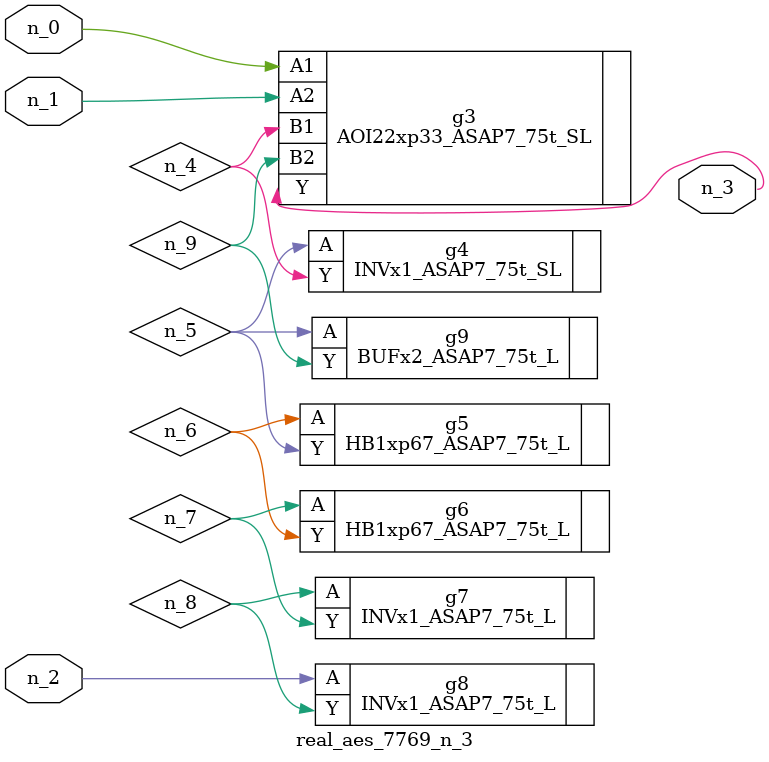
<source format=v>
module real_aes_7769_n_3 (n_0, n_2, n_1, n_3);
input n_0;
input n_2;
input n_1;
output n_3;
wire n_4;
wire n_5;
wire n_7;
wire n_9;
wire n_6;
wire n_8;
AOI22xp33_ASAP7_75t_SL g3 ( .A1(n_0), .A2(n_1), .B1(n_4), .B2(n_9), .Y(n_3) );
INVx1_ASAP7_75t_L g8 ( .A(n_2), .Y(n_8) );
INVx1_ASAP7_75t_SL g4 ( .A(n_5), .Y(n_4) );
BUFx2_ASAP7_75t_L g9 ( .A(n_5), .Y(n_9) );
HB1xp67_ASAP7_75t_L g5 ( .A(n_6), .Y(n_5) );
HB1xp67_ASAP7_75t_L g6 ( .A(n_7), .Y(n_6) );
INVx1_ASAP7_75t_L g7 ( .A(n_8), .Y(n_7) );
endmodule
</source>
